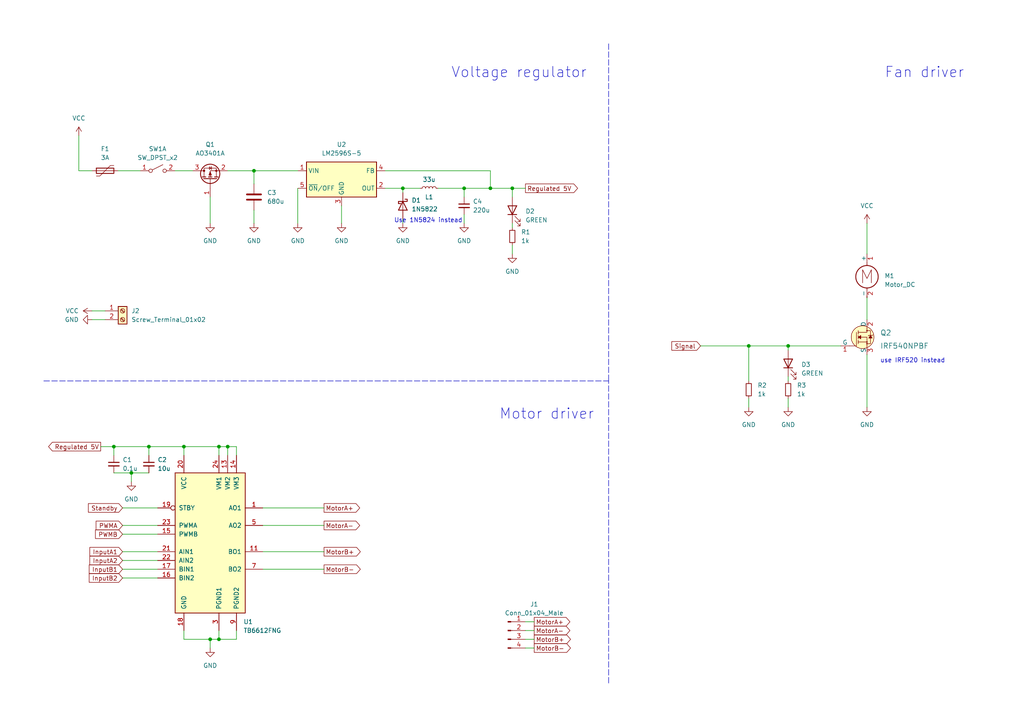
<source format=kicad_sch>
(kicad_sch (version 20211123) (generator eeschema)
  (paper "A4")
  (title_block (title "PSU") (date "2023-02-12") (rev "v1.0") (company "Embedded Systems Ltd"))
  (lib_symbols
    (symbol "Connector:Conn_01x04_Male" (pin_names (offset 1.016) hide)
      (property "Reference" "J" (at 0 5.08 0))
      (property "Value" "Conn_01x04_Male" (at 0 -7.62 0))
      (symbol "Conn_01x04_Male_1_1"
        (polyline (pts (xy 1.27 -5.08) (xy 0.8636 -5.08)) (stroke (width 0.1524)))
        (polyline (pts (xy 1.27 -2.54) (xy 0.8636 -2.54)) (stroke (width 0.1524)))
        (polyline (pts (xy 1.27 0) (xy 0.8636 0)) (stroke (width 0.1524)))
        (polyline (pts (xy 1.27 2.54) (xy 0.8636 2.54)) (stroke (width 0.1524)))
        (rectangle (start 0.8636 -4.953) (end 0 -5.207) (stroke (width 0.1524)) (fill (type outline)))
        (rectangle (start 0.8636 -2.413) (end 0 -2.667) (stroke (width 0.1524)) (fill (type outline)))
        (rectangle (start 0.8636 0.127) (end 0 -0.127) (stroke (width 0.1524)) (fill (type outline)))
        (rectangle (start 0.8636 2.667) (end 0 2.413) (stroke (width 0.1524)) (fill (type outline)))
        (pin passive line (at 5.08 2.54 180) (length 3.81) (name "Pin_1") (number "1"))
        (pin passive line (at 5.08 0 180) (length 3.81) (name "Pin_2") (number "2"))
        (pin passive line (at 5.08 -2.54 180) (length 3.81) (name "Pin_3") (number "3"))
        (pin passive line (at 5.08 -5.08 180) (length 3.81) (name "Pin_4") (number "4"))
      )
    )
    (symbol "Connector:Screw_Terminal_01x02" (pin_names (offset 1.016) hide)
      (property "Reference" "J" (at 0 2.54 0))
      (property "Value" "Screw_Terminal_01x02" (at 0 -5.08 0))
      (symbol "Screw_Terminal_01x02_1_1"
        (rectangle (start -1.27 1.27) (end 1.27 -3.81) (stroke (width 0.254)) (fill (type background)))
        (circle (center 0 -2.54) (radius 0.635) (stroke (width 0.1524)))
        (polyline (pts (xy -0.5334 -2.2098) (xy 0.3302 -3.048)) (stroke (width 0.1524)))
        (polyline (pts (xy -0.5334 0.3302) (xy 0.3302 -0.508)) (stroke (width 0.1524)))
        (polyline (pts (xy -0.3556 -2.032) (xy 0.508 -2.8702)) (stroke (width 0.1524)))
        (polyline (pts (xy -0.3556 0.508) (xy 0.508 -0.3302)) (stroke (width 0.1524)))
        (circle (center 0 0) (radius 0.635) (stroke (width 0.1524)))
        (pin passive line (at -5.08 0 0) (length 3.81) (name "Pin_1") (number "1"))
        (pin passive line (at -5.08 -2.54 0) (length 3.81) (name "Pin_2") (number "2"))
      )
    )
    (symbol "Device:C" (pin_numbers hide) (pin_names (offset 0.254))
      (property "Reference" "C" (at 0.635 2.54 0))
      (property "Value" "C" (at 0.635 -2.54 0))
      (symbol "C_0_1"
        (polyline (pts (xy -2.032 -0.762) (xy 2.032 -0.762)) (stroke (width 0.508)))
        (polyline (pts (xy -2.032 0.762) (xy 2.032 0.762)) (stroke (width 0.508)))
      )
      (symbol "C_1_1"
        (pin passive line (at 0 3.81 270) (length 2.794) (name "~") (number "1"))
        (pin passive line (at 0 -3.81 90) (length 2.794) (name "~") (number "2"))
      )
    )
    (symbol "Device:C_Small" (pin_numbers hide) (pin_names (offset 0.254) hide)
      (property "Reference" "C" (at 0.254 1.778 0))
      (property "Value" "C_Small" (at 0.254 -2.032 0))
      (symbol "C_Small_0_1"
        (polyline (pts (xy -1.524 -0.508) (xy 1.524 -0.508)) (stroke (width 0.3302)))
        (polyline (pts (xy -1.524 0.508) (xy 1.524 0.508)) (stroke (width 0.3048)))
      )
      (symbol "C_Small_1_1"
        (pin passive line (at 0 2.54 270) (length 2.032) (name "~") (number "1"))
        (pin passive line (at 0 -2.54 90) (length 2.032) (name "~") (number "2"))
      )
    )
    (symbol "Device:LED" (pin_numbers hide) (pin_names (offset 1.016) hide)
      (property "Reference" "D" (at 0 2.54 0))
      (property "Value" "LED" (at 0 -2.54 0))
      (symbol "LED_0_1"
        (polyline (pts (xy -1.27 -1.27) (xy -1.27 1.27)) (stroke (width 0.254)))
        (polyline (pts (xy -1.27 0) (xy 1.27 0)))
        (polyline (pts (xy 1.27 -1.27) (xy 1.27 1.27) (xy -1.27 0) (xy 1.27 -1.27)) (stroke (width 0.254)))
        (polyline (pts (xy -3.048 -0.762) (xy -4.572 -2.286) (xy -3.81 -2.286) (xy -4.572 -2.286) (xy -4.572 -1.524)))
        (polyline (pts (xy -1.778 -0.762) (xy -3.302 -2.286) (xy -2.54 -2.286) (xy -3.302 -2.286) (xy -3.302 -1.524)))
      )
      (symbol "LED_1_1"
        (pin passive line (at -3.81 0 0) (length 2.54) (name "K") (number "1"))
        (pin passive line (at 3.81 0 180) (length 2.54) (name "A") (number "2"))
      )
    )
    (symbol "Device:L_Small" (pin_numbers hide) (pin_names (offset 0.254) hide)
      (property "Reference" "L" (at 0.762 1.016 0))
      (property "Value" "L_Small" (at 0.762 -1.016 0))
      (symbol "L_Small_0_1"
        (arc (start 0 -2.032) (mid 0.508 -1.524) (end 0 -1.016))
        (arc (start 0 -1.016) (mid 0.508 -0.508) (end 0 0))
        (arc (start 0 0) (mid 0.508 0.508) (end 0 1.016))
        (arc (start 0 1.016) (mid 0.508 1.524) (end 0 2.032))
      )
      (symbol "L_Small_1_1"
        (pin passive line (at 0 2.54 270) (length 0.508) (name "~") (number "1"))
        (pin passive line (at 0 -2.54 90) (length 0.508) (name "~") (number "2"))
      )
    )
    (symbol "Device:Polyfuse" (pin_numbers hide) (pin_names (offset 0))
      (property "Reference" "F" (at -2.54 0 90))
      (property "Value" "Polyfuse" (at 2.54 0 90))
      (symbol "Polyfuse_0_1"
        (rectangle (start -0.762 2.54) (end 0.762 -2.54) (stroke (width 0.254)))
        (polyline (pts (xy 0 2.54) (xy 0 -2.54)))
        (polyline (pts (xy -1.524 2.54) (xy -1.524 1.524) (xy 1.524 -1.524) (xy 1.524 -2.54)))
      )
      (symbol "Polyfuse_1_1"
        (pin passive line (at 0 3.81 270) (length 1.27) (name "~") (number "1"))
        (pin passive line (at 0 -3.81 90) (length 1.27) (name "~") (number "2"))
      )
    )
    (symbol "Device:R_Small" (pin_numbers hide) (pin_names (offset 0.254) hide)
      (property "Reference" "R" (at 0.762 0.508 0))
      (property "Value" "R_Small" (at 0.762 -1.016 0))
      (symbol "R_Small_0_1"
        (rectangle (start -0.762 1.778) (end 0.762 -1.778) (stroke (width 0.2032)))
      )
      (symbol "R_Small_1_1"
        (pin passive line (at 0 2.54 270) (length 0.762) (name "~") (number "1"))
        (pin passive line (at 0 -2.54 90) (length 0.762) (name "~") (number "2"))
      )
    )
    (symbol "Diode:1N5822" (pin_numbers hide) (pin_names (offset 1.016) hide)
      (property "Reference" "D" (at 0 2.54 0))
      (property "Value" "1N5822" (at 0 -2.54 0))
      (symbol "1N5822_0_1"
        (polyline (pts (xy 1.27 0) (xy -1.27 0)))
        (polyline (pts (xy 1.27 1.27) (xy 1.27 -1.27) (xy -1.27 0) (xy 1.27 1.27)) (stroke (width 0.254)))
        (polyline (pts (xy -1.905 0.635) (xy -1.905 1.27) (xy -1.27 1.27) (xy -1.27 -1.27) (xy -0.635 -1.27) (xy -0.635 -0.635)) (stroke (width 0.254)))
      )
      (symbol "1N5822_1_1"
        (pin passive line (at -3.81 0 0) (length 2.54) (name "K") (number "1"))
        (pin passive line (at 3.81 0 180) (length 2.54) (name "A") (number "2"))
      )
    )
    (symbol "Driver_Motor:TB6612FNG" (pin_names (offset 1.016))
      (property "Reference" "U" (at 11.43 17.78 0))
      (property "Value" "TB6612FNG" (at 11.43 15.24 0))
      (symbol "TB6612FNG_0_1"
        (rectangle (start -10.16 20.32) (end 10.16 -20.32) (stroke (width 0.254)) (fill (type background)))
      )
      (symbol "TB6612FNG_1_1"
        (pin output line (at 15.24 10.16 180) (length 5.08) (name "AO1") (number "1"))
        (pin passive line (at 7.62 -25.4 90) (length 5.08) hide (name "PGND2") (number "10"))
        (pin output line (at 15.24 -2.54 180) (length 5.08) (name "BO1") (number "11"))
        (pin passive line (at 15.24 -2.54 180) (length 5.08) hide (name "BO1") (number "12"))
        (pin power_in line (at 5.08 25.4 270) (length 5.08) (name "VM2") (number "13"))
        (pin power_in line (at 7.62 25.4 270) (length 5.08) (name "VM3") (number "14"))
        (pin input line (at -15.24 2.54 0) (length 5.08) (name "PWMB") (number "15"))
        (pin input line (at -15.24 -10.16 0) (length 5.08) (name "BIN2") (number "16"))
        (pin input line (at -15.24 -7.62 0) (length 5.08) (name "BIN1") (number "17"))
        (pin power_in line (at -7.62 -25.4 90) (length 5.08) (name "GND") (number "18"))
        (pin input inverted (at -15.24 10.16 0) (length 5.08) (name "STBY") (number "19"))
        (pin passive line (at 15.24 10.16 180) (length 5.08) hide (name "AO1") (number "2"))
        (pin power_in line (at -7.62 25.4 270) (length 5.08) (name "VCC") (number "20"))
        (pin input line (at -15.24 -2.54 0) (length 5.08) (name "AIN1") (number "21"))
        (pin input line (at -15.24 -5.08 0) (length 5.08) (name "AIN2") (number "22"))
        (pin input line (at -15.24 5.08 0) (length 5.08) (name "PWMA") (number "23"))
        (pin power_in line (at 2.54 25.4 270) (length 5.08) (name "VM1") (number "24"))
        (pin power_in line (at 2.54 -25.4 90) (length 5.08) (name "PGND1") (number "3"))
        (pin passive line (at 2.54 -25.4 90) (length 5.08) hide (name "PGND1") (number "4"))
        (pin output line (at 15.24 5.08 180) (length 5.08) (name "AO2") (number "5"))
        (pin passive line (at 15.24 5.08 180) (length 5.08) hide (name "AO2") (number "6"))
        (pin output line (at 15.24 -7.62 180) (length 5.08) (name "BO2") (number "7"))
        (pin passive line (at 15.24 -7.62 180) (length 5.08) hide (name "BO2") (number "8"))
        (pin power_in line (at 7.62 -25.4 90) (length 5.08) (name "PGND2") (number "9"))
      )
    )
    (symbol "Motor:Motor_DC" (pin_names (offset 0))
      (property "Reference" "M" (at 2.54 2.54 0))
      (property "Value" "Motor_DC" (at 2.54 -5.08 0))
      (symbol "Motor_DC_0_0"
        (polyline (pts (xy -1.27 -3.302) (xy -1.27 0.508) (xy 0 -2.032) (xy 1.27 0.508) (xy 1.27 -3.302)))
      )
      (symbol "Motor_DC_0_1"
        (circle (center 0 -1.524) (radius 3.2512) (stroke (width 0.254)))
        (polyline (pts (xy 0 -7.62) (xy 0 -7.112)))
        (polyline (pts (xy 0 -4.7752) (xy 0 -5.1816)))
        (polyline (pts (xy 0 1.7272) (xy 0 2.0828)))
        (polyline (pts (xy 0 2.032) (xy 0 2.54)))
      )
      (symbol "Motor_DC_1_1"
        (pin passive line (at 0 5.08 270) (length 2.54) (name "+") (number "1"))
        (pin passive line (at 0 -7.62 90) (length 2.54) (name "-") (number "2"))
      )
    )
    (symbol "Regulator_Switching:LM2596S-5"
      (property "Reference" "U" (at -10.16 6.35 0))
      (property "Value" "LM2596S-5" (at 0 6.35 0))
      (symbol "LM2596S-5_0_1"
        (rectangle (start -10.16 5.08) (end 10.16 -5.08) (stroke (width 0.254)) (fill (type background)))
      )
      (symbol "LM2596S-5_1_1"
        (pin power_in line (at -12.7 2.54 0) (length 2.54) (name "VIN") (number "1"))
        (pin output line (at 12.7 -2.54 180) (length 2.54) (name "OUT") (number "2"))
        (pin power_in line (at 0 -7.62 90) (length 2.54) (name "GND") (number "3"))
        (pin input line (at 12.7 2.54 180) (length 2.54) (name "FB") (number "4"))
        (pin input line (at -12.7 -2.54 0) (length 2.54) (name "~{ON}/OFF") (number "5"))
      )
    )
    (symbol "Switch:SW_DPST_x2" (pin_names (offset 0) hide)
      (property "Reference" "SW" (at 0 3.175 0))
      (property "Value" "SW_DPST_x2" (at 0 -2.54 0))
      (symbol "SW_DPST_x2_0_0"
        (circle (center -2.032 0) (radius 0.508))
        (polyline (pts (xy -1.524 0.254) (xy 1.524 1.778)))
        (circle (center 2.032 0) (radius 0.508))
      )
      (symbol "SW_DPST_x2_1_1"
        (pin passive line (at -5.08 0 0) (length 2.54) (name "A") (number "1"))
        (pin passive line (at 5.08 0 180) (length 2.54) (name "B") (number "2"))
      )
      (symbol "SW_DPST_x2_2_1"
        (pin passive line (at -5.08 0 0) (length 2.54) (name "A") (number "3"))
        (pin passive line (at 5.08 0 180) (length 2.54) (name "B") (number "4"))
      )
    )
    (symbol "Transistor_FET:AO3401A" (pin_names hide)
      (property "Reference" "Q" (at 5.08 1.905 0))
      (property "Value" "AO3401A" (at 5.08 0 0))
      (symbol "AO3401A_0_1"
        (polyline (pts (xy 0.254 0) (xy -2.54 0)))
        (polyline (pts (xy 0.254 1.905) (xy 0.254 -1.905)) (stroke (width 0.254)))
        (polyline (pts (xy 0.762 -1.27) (xy 0.762 -2.286)) (stroke (width 0.254)))
        (polyline (pts (xy 0.762 0.508) (xy 0.762 -0.508)) (stroke (width 0.254)))
        (polyline (pts (xy 0.762 2.286) (xy 0.762 1.27)) (stroke (width 0.254)))
        (polyline (pts (xy 2.54 2.54) (xy 2.54 1.778)))
        (polyline (pts (xy 2.54 -2.54) (xy 2.54 0) (xy 0.762 0)))
        (polyline (pts (xy 0.762 1.778) (xy 3.302 1.778) (xy 3.302 -1.778) (xy 0.762 -1.778)))
        (polyline (pts (xy 2.286 0) (xy 1.27 0.381) (xy 1.27 -0.381) (xy 2.286 0)) (fill (type outline)))
        (polyline (pts (xy 2.794 -0.508) (xy 2.921 -0.381) (xy 3.683 -0.381) (xy 3.81 -0.254)))
        (polyline (pts (xy 3.302 -0.381) (xy 2.921 0.254) (xy 3.683 0.254) (xy 3.302 -0.381)))
        (circle (center 1.651 0) (radius 2.794) (stroke (width 0.254)))
        (circle (center 2.54 -1.778) (radius 0.254) (fill (type outline)))
        (circle (center 2.54 1.778) (radius 0.254) (fill (type outline)))
      )
      (symbol "AO3401A_1_1"
        (pin input line (at -5.08 0 0) (length 2.54) (name "G") (number "1"))
        (pin passive line (at 2.54 -5.08 90) (length 2.54) (name "S") (number "2"))
        (pin passive line (at 2.54 5.08 270) (length 2.54) (name "D") (number "3"))
      )
    )
    (symbol "dk_Transistors-FETs-MOSFETs-Single:IRF540NPBF" (pin_names (offset 0))
      (property "Reference" "Q" (at -2.6924 3.6322 0))
      (property "Value" "IRF540NPBF" (at 3.4544 0 90))
      (symbol "IRF540NPBF_0_1"
        (circle (center -1.27 0) (radius 3.302) (fill (type background)))
        (circle (center 0 -1.905) (radius 0.127))
        (circle (center 0 -1.397) (radius 0.127))
        (polyline (pts (xy 0 -1.397) (xy -2.54 -1.397)))
        (polyline (pts (xy 0.508 0.508) (xy 0.3556 0.3556)))
        (polyline (pts (xy 1.524 0.508) (xy 1.7272 0.6604)))
        (polyline (pts (xy -5.08 -2.54) (xy -3.048 -2.54) (xy -3.048 1.397)))
        (polyline (pts (xy 0 -2.54) (xy 0 0) (xy -2.54 0)))
        (polyline (pts (xy 0 2.54) (xy 0 1.397) (xy -2.54 1.397)))
        (polyline (pts (xy -0.127 -1.905) (xy 1.016 -1.905) (xy 1.016 1.397) (xy 1.016 1.905) (xy -0.127 1.905)))
        (circle (center 0 1.905) (radius 0.127))
      )
      (symbol "IRF540NPBF_1_1"
        (polyline (pts (xy -2.54 -1.397) (xy -2.54 -1.905)))
        (polyline (pts (xy -2.54 -1.397) (xy -2.54 -0.889)))
        (polyline (pts (xy -2.54 0) (xy -2.54 -0.508)))
        (polyline (pts (xy -2.54 0) (xy -2.54 0.508)))
        (polyline (pts (xy -2.54 1.905) (xy -2.54 0.889)))
        (polyline (pts (xy 1.524 0.508) (xy 0.508 0.508)))
        (polyline (pts (xy -2.54 0) (xy -1.778 0.508) (xy -1.778 -0.508) (xy -2.54 0)) (fill (type outline)))
        (polyline (pts (xy 1.016 0.508) (xy 0.508 -0.254) (xy 1.524 -0.254) (xy 1.016 0.508)) (fill (type outline)))
        (pin bidirectional line (at -7.62 -2.54 0) (length 2.54) (name "G") (number "1"))
        (pin bidirectional line (at 0 5.08 270) (length 2.54) (name "D") (number "2"))
        (pin bidirectional line (at 0 -5.08 90) (length 2.54) (name "S") (number "3"))
      )
    )
    (symbol "power:GND" (power) (pin_names (offset 0))
      (property "Value" "GND" (at 0 -3.81 0))
      (symbol "GND_0_1"
        (polyline (pts (xy 0 0) (xy 0 -1.27) (xy 1.27 -1.27) (xy 0 -2.54) (xy -1.27 -1.27) (xy 0 -1.27)))
      )
      (symbol "GND_1_1"
        (pin power_in line (at 0 0 270) (length 0) hide (name "GND") (number "1"))
      )
    )
    (symbol "power:VCC" (power) (pin_names (offset 0))
      (property "Value" "VCC" (at 0 3.81 0))
      (symbol "VCC_0_1"
        (polyline (pts (xy -0.762 1.27) (xy 0 2.54)))
        (polyline (pts (xy 0 0) (xy 0 2.54)))
        (polyline (pts (xy 0 2.54) (xy 0.762 1.27)))
      )
      (symbol "VCC_1_1"
        (pin power_in line (at 0 0 90) (length 0) hide (name "VCC") (number "1"))
      )
    )
  )
  (junction (at 228.6 100.33))
  (junction (at 134.62 54.61))
  (junction (at 142.24 54.61))
  (junction (at 43.18 129.54))
  (junction (at 148.59 54.61))
  (junction (at 63.5 185.42))
  (junction (at 217.17 100.33))
  (junction (at 63.5 129.54))
  (junction (at 53.34 129.54))
  (junction (at 38.1 137.16))
  (junction (at 60.96 185.42))
  (junction (at 116.84 54.61))
  (junction (at 33.02 129.54))
  (junction (at 73.66 49.53))
  (junction (at 66.04 129.54))
  (wire (pts (xy 66.04 129.54) (xy 63.5 129.54)))
  (wire (pts (xy 26.67 92.71) (xy 30.48 92.71)))
  (wire (pts (xy 35.56 152.4) (xy 45.72 152.4)))
  (wire (pts (xy 43.18 129.54) (xy 53.34 129.54)))
  (wire (pts (xy 60.96 185.42) (xy 53.34 185.42)))
  (wire (pts (xy 116.84 54.61) (xy 111.76 54.61)))
  (wire (pts (xy 134.62 62.23) (xy 134.62 64.77)))
  (wire (pts (xy 60.96 187.96) (xy 60.96 185.42)))
  (wire (pts (xy 68.58 182.88) (xy 68.58 185.42)))
  (wire (pts (xy 63.5 132.08) (xy 63.5 129.54)))
  (wire (pts (xy 251.46 102.87) (xy 251.46 118.11)))
  (wire (pts (xy 73.66 49.53) (xy 73.66 53.34)))
  (wire (pts (xy 228.6 100.33) (xy 228.6 101.6)))
  (wire (pts (xy 116.84 54.61) (xy 121.92 54.61)))
  (wire (pts (xy 53.34 129.54) (xy 53.34 132.08)))
  (wire (pts (xy 228.6 109.22) (xy 228.6 110.49)))
  (wire (pts (xy 66.04 132.08) (xy 66.04 129.54)))
  (wire (pts (xy 76.2 165.1) (xy 93.98 165.1)))
  (wire (pts (xy 63.5 182.88) (xy 63.5 185.42)))
  (wire (pts (xy 35.56 162.56) (xy 45.72 162.56)))
  (wire (pts (xy 63.5 129.54) (xy 53.34 129.54)))
  (wire (pts (xy 127 54.61) (xy 134.62 54.61)))
  (wire (pts (xy 152.4 180.34) (xy 154.94 180.34)))
  (wire (pts (xy 22.86 49.53) (xy 22.86 39.37)))
  (wire (pts (xy 38.1 137.16) (xy 43.18 137.16)))
  (wire (pts (xy 111.76 49.53) (xy 142.24 49.53)))
  (wire (pts (xy 26.67 90.17) (xy 30.48 90.17)))
  (wire (pts (xy 228.6 115.57) (xy 228.6 118.11)))
  (wire (pts (xy 29.21 129.54) (xy 33.02 129.54)))
  (wire (pts (xy 217.17 115.57) (xy 217.17 118.11)))
  (wire (pts (xy 148.59 54.61) (xy 148.59 57.15)))
  (wire (pts (xy 35.56 167.64) (xy 45.72 167.64)))
  (wire (pts (xy 68.58 132.08) (xy 68.58 129.54)))
  (wire (pts (xy 68.58 185.42) (xy 63.5 185.42)))
  (wire (pts (xy 73.66 49.53) (xy 86.36 49.53)))
  (wire (pts (xy 251.46 64.77) (xy 251.46 73.66)))
  (wire (pts (xy 152.4 182.88) (xy 154.94 182.88)))
  (wire (pts (xy 148.59 64.77) (xy 148.59 66.04)))
  (wire (pts (xy 152.4 187.96) (xy 154.94 187.96)))
  (wire (pts (xy 33.02 129.54) (xy 33.02 132.08)))
  (wire (pts (xy 142.24 54.61) (xy 148.59 54.61)))
  (wire (pts (xy 142.24 49.53) (xy 142.24 54.61)))
  (wire (pts (xy 35.56 160.02) (xy 45.72 160.02)))
  (wire (pts (xy 33.02 137.16) (xy 38.1 137.16)))
  (wire (pts (xy 228.6 100.33) (xy 217.17 100.33)))
  (wire (pts (xy 86.36 54.61) (xy 86.36 64.77)))
  (wire (pts (xy 60.96 57.15) (xy 60.96 64.77)))
  (wire (pts (xy 68.58 129.54) (xy 66.04 129.54)))
  (wire (pts (xy 134.62 54.61) (xy 142.24 54.61)))
  (wire (pts (xy 35.56 147.32) (xy 45.72 147.32)))
  (polyline (pts (xy 176.53 12.7) (xy 176.53 110.49)))
  (wire (pts (xy 76.2 160.02) (xy 93.98 160.02)))
  (wire (pts (xy 148.59 71.12) (xy 148.59 73.66)))
  (wire (pts (xy 22.86 49.53) (xy 26.67 49.53)))
  (wire (pts (xy 76.2 147.32) (xy 93.98 147.32)))
  (polyline (pts (xy 12.7 110.49) (xy 176.53 110.49)))
  (wire (pts (xy 34.29 49.53) (xy 40.64 49.53)))
  (wire (pts (xy 43.18 129.54) (xy 33.02 129.54)))
  (wire (pts (xy 43.18 132.08) (xy 43.18 129.54)))
  (wire (pts (xy 73.66 60.96) (xy 73.66 64.77)))
  (wire (pts (xy 203.2 100.33) (xy 217.17 100.33)))
  (wire (pts (xy 134.62 57.15) (xy 134.62 54.61)))
  (wire (pts (xy 53.34 185.42) (xy 53.34 182.88)))
  (wire (pts (xy 35.56 165.1) (xy 45.72 165.1)))
  (wire (pts (xy 243.84 100.33) (xy 228.6 100.33)))
  (wire (pts (xy 251.46 86.36) (xy 251.46 92.71)))
  (wire (pts (xy 217.17 100.33) (xy 217.17 110.49)))
  (wire (pts (xy 76.2 152.4) (xy 93.98 152.4)))
  (wire (pts (xy 35.56 154.94) (xy 45.72 154.94)))
  (wire (pts (xy 152.4 185.42) (xy 154.94 185.42)))
  (wire (pts (xy 38.1 137.16) (xy 38.1 139.7)))
  (wire (pts (xy 116.84 54.61) (xy 116.84 55.88)))
  (polyline (pts (xy 176.53 198.12) (xy 176.53 110.49)))
  (wire (pts (xy 66.04 49.53) (xy 73.66 49.53)))
  (wire (pts (xy 63.5 185.42) (xy 60.96 185.42)))
  (wire (pts (xy 50.8 49.53) (xy 55.88 49.53)))
  (wire (pts (xy 99.06 59.69) (xy 99.06 64.77)))
  (wire (pts (xy 148.59 54.61) (xy 152.4 54.61)))
  (wire (pts (xy 116.84 63.5) (xy 116.84 64.77)))
  (text "Motor driver" (at 144.78 121.92 0) (effects (font (size 3 3)) (justify left bottom)))
  (text "Fan driver" (at 256.54 22.86 0) (effects (font (size 3 3)) (justify left bottom)))
  (text "Use 1N5824 instead" (at 114.3 64.77 0) (effects (font (size 1.27 1.27)) (justify left bottom)))
  (text "Voltage regulator" (at 130.81 22.86 0) (effects (font (size 3 3)) (justify left bottom)))
  (text "use IRF520 instead" (at 255.27 105.41 0) (effects (font (size 1.27 1.27)) (justify left bottom)))
  (global_label "MotorA-" (shape output) (at 93.98 152.4 0) (property "Intersheet References" "${INTERSHEET_REFS}" (effects hide)))
  (global_label "MotorB+" (shape output) (at 93.98 160.02 0) (property "Intersheet References" "${INTERSHEET_REFS}" (effects hide)))
  (global_label "Regulated 5V" (shape output) (at 29.21 129.54 180) (property "Intersheet References" "${INTERSHEET_REFS}" (effects hide)))
  (global_label "InputA1" (shape input) (at 35.56 160.02 180) (property "Intersheet References" "${INTERSHEET_REFS}" (effects hide)))
  (global_label "InputA2" (shape input) (at 35.56 162.56 180) (property "Intersheet References" "${INTERSHEET_REFS}" (effects hide)))
  (global_label "Standby" (shape input) (at 35.56 147.32 180) (property "Intersheet References" "${INTERSHEET_REFS}" (effects hide)))
  (global_label "MotorA+" (shape output) (at 93.98 147.32 0) (property "Intersheet References" "${INTERSHEET_REFS}" (effects hide)))
  (global_label "MotorB+" (shape output) (at 154.94 185.42 0) (property "Intersheet References" "${INTERSHEET_REFS}" (effects hide)))
  (global_label "Signal" (shape input) (at 203.2 100.33 180) (property "Intersheet References" "${INTERSHEET_REFS}" (effects hide)))
  (global_label "PWMB" (shape input) (at 35.56 154.94 180) (property "Intersheet References" "${INTERSHEET_REFS}" (effects hide)))
  (global_label "Regulated 5V" (shape output) (at 152.4 54.61 0) (property "Intersheet References" "${INTERSHEET_REFS}" (effects hide)))
  (global_label "MotorA+" (shape output) (at 154.94 180.34 0) (property "Intersheet References" "${INTERSHEET_REFS}" (effects hide)))
  (global_label "MotorB-" (shape output) (at 93.98 165.1 0) (property "Intersheet References" "${INTERSHEET_REFS}" (effects hide)))
  (global_label "InputB1" (shape input) (at 35.56 165.1 180) (property "Intersheet References" "${INTERSHEET_REFS}" (effects hide)))
  (global_label "InputB2" (shape input) (at 35.56 167.64 180) (property "Intersheet References" "${INTERSHEET_REFS}" (effects hide)))
  (global_label "PWMA" (shape input) (at 35.56 152.4 180) (property "Intersheet References" "${INTERSHEET_REFS}" (effects hide)))
  (global_label "MotorA-" (shape output) (at 154.94 182.88 0) (property "Intersheet References" "${INTERSHEET_REFS}" (effects hide)))
  (global_label "MotorB-" (shape output) (at 154.94 187.96 0) (property "Intersheet References" "${INTERSHEET_REFS}" (effects hide)))
  (symbol (lib_id "Regulator_Switching:LM2596S-5") (at 99.06 52.07 0) (unit 1)
    (property "Reference" "U2" (at 99.06 41.91 0))
    (property "Value" "LM2596S-5" (at 99.06 44.45 0))
    (property "Footprint" "Package_TO_SOT_SMD:TO-263-5_TabPin3" (effects hide))
    (property "Datasheet" "http://www.ti.com/lit/ds/symlink/lm2596.pdf" (effects hide))
  )
  (symbol (lib_id "Device:Polyfuse") (at 30.48 49.53 90) (unit 1)
    (property "Reference" "F1" (at 30.48 43.18 90))
    (property "Value" "3A" (at 30.48 45.72 90))
  )
  (symbol (lib_id "Device:R_Small") (at 228.6 113.03 0) (unit 1)
    (property "Reference" "R3" (at 231.14 111.7599 0) (effects (justify left)))
    (property "Value" "1k" (at 231.14 114.2999 0) (effects (justify left)))
  )
  (symbol (lib_id "Connector:Conn_01x04_Male") (at 147.32 182.88 0) (unit 1)
    (property "Reference" "J1" (at 154.94 175.26 0))
    (property "Value" "Conn_01x04_Male" (at 154.94 177.8 0))
    (property "Footprint" "Connector_Pin:Pin_D0.7mm_L6.5mm_W1.8mm_FlatFork" (effects hide))
  )
  (symbol (lib_id "power:GND") (at 134.62 64.77 0) (unit 1)
    (property "Reference" "#PWR0112" (effects hide))
    (property "Value" "GND" (at 134.62 69.85 0))
  )
  (symbol (lib_id "Device:C_Small") (at 134.62 59.69 0) (unit 1)
    (property "Reference" "C4" (at 137.16 58.4262 0) (effects (justify left)))
    (property "Value" "220u" (at 137.16 60.9662 0) (effects (justify left)))
  )
  (symbol (lib_id "power:GND") (at 60.96 64.77 0) (unit 1)
    (property "Reference" "#PWR0106" (effects hide))
    (property "Value" "GND" (at 60.96 69.85 0))
  )
  (symbol (lib_id "Device:C_Small") (at 43.18 134.62 0) (unit 1)
    (property "Reference" "C2" (at 45.72 133.3562 0) (effects (justify left)))
    (property "Value" "10u" (at 45.72 135.8962 0) (effects (justify left)))
  )
  (symbol (lib_id "power:GND") (at 251.46 118.11 0) (unit 1)
    (property "Reference" "#PWR05" (effects hide))
    (property "Value" "GND" (at 251.46 123.19 0))
  )
  (symbol (lib_id "Connector:Screw_Terminal_01x02") (at 35.56 90.17 0) (unit 1)
    (property "Reference" "J2" (at 38.1 90.1699 0) (effects (justify left)))
    (property "Value" "Screw_Terminal_01x02" (at 38.1 92.7099 0) (effects (justify left)))
    (property "Footprint" "TerminalBlock_Phoenix:TerminalBlock_Phoenix_PT-1,5-2-5.0-H_1x02_P5.00mm_Horizontal" (effects hide))
  )
  (symbol (lib_id "power:GND") (at 217.17 118.11 0) (unit 1)
    (property "Reference" "#PWR02" (effects hide))
    (property "Value" "GND" (at 217.17 123.19 0))
  )
  (symbol (lib_id "Switch:SW_DPST_x2") (at 45.72 49.53 0) (unit 1)
    (property "Reference" "SW1" (at 45.72 43.18 0))
    (property "Value" "SW_DPST_x2" (at 45.72 45.72 0))
  )
  (symbol (lib_id "power:GND") (at 86.36 64.77 0) (unit 1)
    (property "Reference" "#PWR0110" (effects hide))
    (property "Value" "GND" (at 86.36 69.85 0))
  )
  (symbol (lib_id "power:GND") (at 99.06 64.77 0) (unit 1)
    (property "Reference" "#PWR0109" (effects hide))
    (property "Value" "GND" (at 99.06 69.85 0))
  )
  (symbol (lib_id "power:GND") (at 148.59 73.66 0) (unit 1)
    (property "Reference" "#PWR01" (effects hide))
    (property "Value" "GND" (at 148.59 78.74 0))
  )
  (symbol (lib_id "power:GND") (at 26.67 92.71 270) (unit 1)
    (property "Reference" "#PWR0104" (effects hide))
    (property "Value" "GND" (at 22.86 92.7099 90) (effects (justify right)))
  )
  (symbol (lib_id "Device:L_Small") (at 124.46 54.61 90) (unit 1)
    (property "Reference" "L1" (at 124.46 57.15 90))
    (property "Value" "33u" (at 124.46 52.07 90))
  )
  (symbol (lib_id "power:VCC") (at 22.86 39.37 0) (unit 1)
    (property "Reference" "#PWR0102" (effects hide))
    (property "Value" "VCC" (at 22.86 34.29 0))
  )
  (symbol (lib_id "power:GND") (at 60.96 187.96 0) (unit 1)
    (property "Reference" "#PWR0108" (effects hide))
    (property "Value" "GND" (at 60.96 193.04 0))
  )
  (symbol (lib_id "Device:LED") (at 228.6 105.41 90) (unit 1)
    (property "Reference" "D3" (at 232.41 105.7274 90) (effects (justify right)))
    (property "Value" "GREEN" (at 232.41 108.2674 90) (effects (justify right)))
  )
  (symbol (lib_id "Driver_Motor:TB6612FNG") (at 60.96 157.48 0) (unit 1)
    (property "Reference" "U1" (at 70.5994 180.34 0) (effects (justify left)))
    (property "Value" "TB6612FNG" (at 70.5994 182.88 0) (effects (justify left)))
    (property "Footprint" "Package_SO:SSOP-24_5.3x8.2mm_P0.65mm" (effects hide))
    (property "Datasheet" "https://toshiba.semicon-storage.com/us/product/linear/motordriver/detail.TB6612FNG.html" (effects hide))
  )
  (symbol (lib_id "Device:C") (at 73.66 57.15 0) (unit 1)
    (property "Reference" "C3" (at 77.47 55.8799 0) (effects (justify left)))
    (property "Value" "680u" (at 77.47 58.4199 0) (effects (justify left)))
  )
  (symbol (lib_id "power:GND") (at 38.1 139.7 0) (unit 1)
    (property "Reference" "#PWR0101" (effects hide))
    (property "Value" "GND" (at 38.1 144.78 0))
  )
  (symbol (lib_id "dk_Transistors-FETs-MOSFETs-Single:IRF540NPBF") (at 251.46 97.79 0) (unit 1)
    (property "Reference" "Q2" (at 255.27 96.52 0) (effects (font (size 1.524 1.524)) (justify left)))
    (property "Value" "IRF540NPBF" (at 255.27 100.33 0) (effects (font (size 1.524 1.524)) (justify left)))
    (property "Footprint" "digikey-footprints:TO-220-3" (effects hide))
    (property "Datasheet" "https://www.infineon.com/dgdl/irf540npbf.pdf?fileId=5546d462533600a4015355e39f0d19a1" (effects hide))
    (property "Digi-Key_PN" "IRF540NPBF-ND" (effects hide))
    (property "MPN" "IRF540NPBF" (effects hide))
    (property "Category" "Discrete Semiconductor Products" (effects hide))
    (property "Family" "Transistors - FETs, MOSFETs - Single" (effects hide))
    (property "DK_Datasheet_Link" "https://www.infineon.com/dgdl/irf540npbf.pdf?fileId=5546d462533600a4015355e39f0d19a1" (effects hide))
    (property "DK_Detail_Page" "/product-detail/en/infineon-technologies/IRF540NPBF/IRF540NPBF-ND/811869" (effects hide))
    (property "Description" "MOSFET N-CH 100V 33A TO-220AB" (effects hide))
    (property "Manufacturer" "Infineon Technologies" (effects hide))
    (property "Status" "Active" (effects hide))
  )
  (symbol (lib_id "power:GND") (at 116.84 64.77 0) (unit 1)
    (property "Reference" "#PWR0111" (effects hide))
    (property "Value" "GND" (at 116.84 69.85 0))
  )
  (symbol (lib_id "Device:LED") (at 148.59 60.96 90) (unit 1)
    (property "Reference" "D2" (at 152.4 61.2774 90) (effects (justify right)))
    (property "Value" "GREEN" (at 152.4 63.8174 90) (effects (justify right)))
  )
  (symbol (lib_id "Device:C_Small") (at 33.02 134.62 0) (unit 1)
    (property "Reference" "C1" (at 35.56 133.3562 0) (effects (justify left)))
    (property "Value" "0.1u" (at 35.56 135.8962 0) (effects (justify left)))
  )
  (symbol (lib_id "Diode:1N5822") (at 116.84 59.69 270) (unit 1)
    (property "Reference" "D1" (at 119.38 58.1024 90) (effects (justify left)))
    (property "Value" "1N5822" (at 119.38 60.6424 90) (effects (justify left)))
    (property "Footprint" "Diode_THT:D_DO-201AD_P15.24mm_Horizontal" (effects hide))
    (property "Datasheet" "http://www.vishay.com/docs/88526/1n5820.pdf" (effects hide))
  )
  (symbol (lib_id "power:GND") (at 73.66 64.77 0) (unit 1)
    (property "Reference" "#PWR0107" (effects hide))
    (property "Value" "GND" (at 73.66 69.85 0))
  )
  (symbol (lib_id "Transistor_FET:AO3401A") (at 60.96 52.07 90) (unit 1)
    (property "Reference" "Q1" (at 60.96 41.91 90))
    (property "Value" "AO3401A" (at 60.96 44.45 90))
    (property "Footprint" "Package_TO_SOT_SMD:SOT-23" (effects hide))
    (property "Datasheet" "http://www.aosmd.com/pdfs/datasheet/AO3401A.pdf" (effects hide))
  )
  (symbol (lib_id "Device:R_Small") (at 148.59 68.58 0) (unit 1)
    (property "Reference" "R1" (at 151.13 67.3099 0) (effects (justify left)))
    (property "Value" "1k" (at 151.13 69.8499 0) (effects (justify left)))
  )
  (symbol (lib_id "Motor:Motor_DC") (at 251.46 78.74 0) (unit 1)
    (property "Reference" "M1" (at 256.54 80.0099 0) (effects (justify left)))
    (property "Value" "Motor_DC" (at 256.54 82.5499 0) (effects (justify left)))
  )
  (symbol (lib_id "power:VCC") (at 251.46 64.77 0) (unit 1)
    (property "Reference" "#PWR04" (effects hide))
    (property "Value" "VCC" (at 251.46 59.69 0))
  )
  (symbol (lib_id "Device:R_Small") (at 217.17 113.03 0) (unit 1)
    (property "Reference" "R2" (at 219.71 111.7599 0) (effects (justify left)))
    (property "Value" "1k" (at 219.71 114.2999 0) (effects (justify left)))
  )
  (symbol (lib_id "power:GND") (at 228.6 118.11 0) (unit 1)
    (property "Reference" "#PWR03" (effects hide))
    (property "Value" "GND" (at 228.6 123.19 0))
  )
  (symbol (lib_id "power:VCC") (at 26.67 90.17 90) (unit 1)
    (property "Reference" "#PWR0105" (effects hide))
    (property "Value" "VCC" (at 22.86 90.1699 90) (effects (justify left)))
  )
)
</source>
